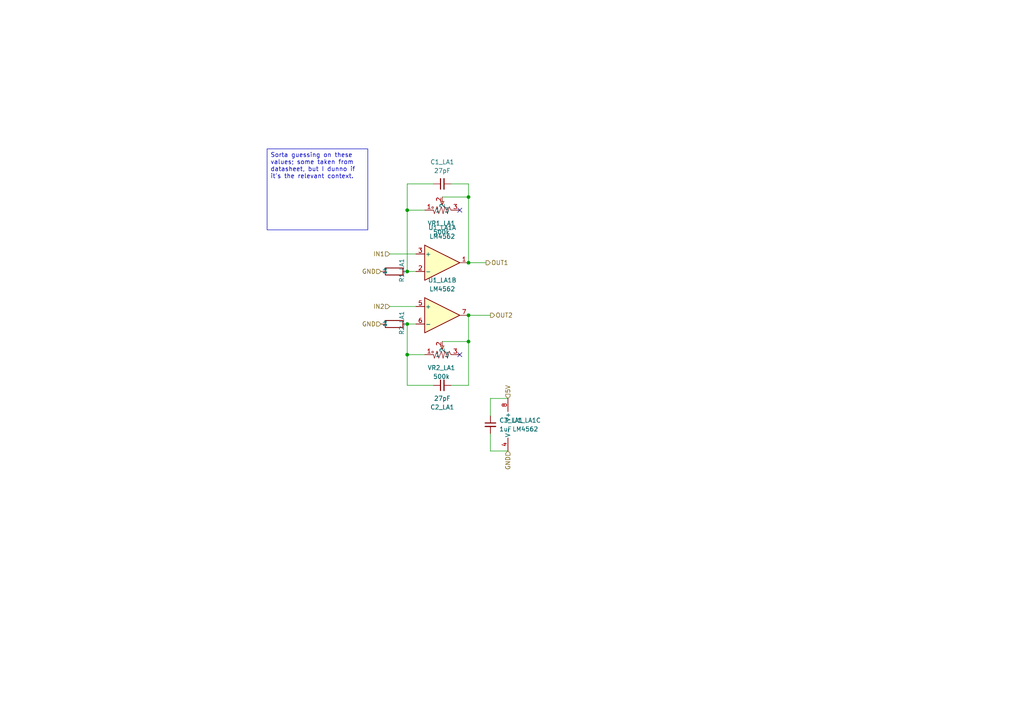
<source format=kicad_sch>
(kicad_sch (version 20231120) (generator "eeschema") (generator_version "8.0")
  (paper "A4")
  (lib_symbols
    (symbol "Amplifier_Operational:LM4562" (pin_names (offset 0.127))
      (property "Reference" "U" (at 0 5.08 0))
      (property "Value" "LM4562" (at 0 -5.08 0))
      (symbol "LM4562_1_1"
        (polyline (pts (xy -5.08 5.08) (xy 5.08 0) (xy -5.08 -5.08) (xy -5.08 5.08)) (stroke (width 0.254)) (fill (type background)))
        (pin output line (at 7.62 0 180) (length 2.54) (name "~") (number "1"))
        (pin input line (at -7.62 -2.54 0) (length 2.54) (name "-") (number "2"))
        (pin input line (at -7.62 2.54 0) (length 2.54) (name "+") (number "3"))
      )
      (symbol "LM4562_2_1"
        (polyline (pts (xy -5.08 5.08) (xy 5.08 0) (xy -5.08 -5.08) (xy -5.08 5.08)) (stroke (width 0.254)) (fill (type background)))
        (pin input line (at -7.62 2.54 0) (length 2.54) (name "+") (number "5"))
        (pin input line (at -7.62 -2.54 0) (length 2.54) (name "-") (number "6"))
        (pin output line (at 7.62 0 180) (length 2.54) (name "~") (number "7"))
      )
      (symbol "LM4562_3_1"
        (pin power_in line (at -2.54 -7.62 90) (length 3.81) (name "V-") (number "4"))
        (pin power_in line (at -2.54 7.62 270) (length 3.81) (name "V+") (number "8"))
      )
    )
    (symbol "Device:C_Small" (pin_numbers hide) (pin_names (offset 0.254) hide)
      (property "Reference" "C" (at 0.254 1.778 0))
      (property "Value" "C_Small" (at 0.254 -2.032 0))
      (symbol "C_Small_0_1"
        (polyline (pts (xy -1.524 -0.508) (xy 1.524 -0.508)) (stroke (width 0.3302)))
        (polyline (pts (xy -1.524 0.508) (xy 1.524 0.508)) (stroke (width 0.3048)))
      )
      (symbol "C_Small_1_1"
        (pin passive line (at 0 2.54 270) (length 2.032) (name "~") (number "1"))
        (pin passive line (at 0 -2.54 90) (length 2.032) (name "~") (number "2"))
      )
    )
    (symbol "Device:R" (pin_numbers hide) (pin_names (offset 0))
      (property "Reference" "R" (at 2.032 0 90))
      (property "Value" "R" (at 0 0 90))
      (symbol "R_0_1"
        (rectangle (start -1.016 -2.54) (end 1.016 2.54) (stroke (width 0.254)))
      )
      (symbol "R_1_1"
        (pin passive line (at 0 3.81 270) (length 1.27) (name "~") (number "1"))
        (pin passive line (at 0 -3.81 90) (length 1.27) (name "~") (number "2"))
      )
    )
    (symbol "easyeda2kicad:3313J-1-500E"
      (property "Reference" "R" (at 0 8.89 0))
      (property "Value" "3313J-1-500E" (at 0 -5.08 0))
      (symbol "3313J-1-500E_0_1"
        (polyline (pts (xy -2.54 0) (xy -2.03 1.02)))
        (polyline (pts (xy -2.03 1.02) (xy -1.52 -1.02)))
        (polyline (pts (xy -1.52 -1.02) (xy -0.76 1.02)))
        (polyline (pts (xy -0.76 1.02) (xy -0.25 -1.02)))
        (polyline (pts (xy -0.25 -1.02) (xy 0.25 1.02)))
        (polyline (pts (xy 0 2.54) (xy 0 1.52)))
        (polyline (pts (xy 0.25 1.02) (xy 1.02 -1.02)))
        (polyline (pts (xy 1.02 -1.02) (xy 1.52 1.02)))
        (polyline (pts (xy 1.52 1.02) (xy 2.29 -1.02)))
        (polyline (pts (xy 2.29 -1.02) (xy 2.54 0)))
        (polyline (pts (xy -0.51 2.54) (xy 0 1.52) (xy 0.51 2.54) (xy -0.51 2.54)) (fill (type background)))
        (circle (center 2.79 0.76) (radius 0.25))
        (pin unspecified line (at 5.08 0 180) (length 2.54) (name "1") (number "1"))
        (pin unspecified line (at 0 3.81 270) (length 1.27) (name "2") (number "2"))
        (pin unspecified line (at -5.08 0 0) (length 2.54) (name "3") (number "3"))
      )
    )
  )
  (junction (at 135.89 57.15))
  (junction (at 118.11 78.74))
  (junction (at 135.89 76.2))
  (junction (at 118.11 60.96))
  (junction (at 135.89 99.06))
  (junction (at 118.11 93.98))
  (junction (at 118.11 102.87))
  (junction (at 135.89 91.44))
  (no_connect (at 133.35 60.96))
  (no_connect (at 133.35 102.87))
  (wire (pts (xy 118.11 102.87) (xy 118.11 111.76)))
  (wire (pts (xy 113.03 88.9) (xy 120.65 88.9)))
  (wire (pts (xy 118.11 102.87) (xy 123.19 102.87)))
  (wire (pts (xy 135.89 91.44) (xy 142.24 91.44)))
  (wire (pts (xy 128.27 99.06) (xy 135.89 99.06)))
  (wire (pts (xy 130.81 111.76) (xy 135.89 111.76)))
  (wire (pts (xy 135.89 53.34) (xy 135.89 57.15)))
  (wire (pts (xy 142.24 125.73) (xy 142.24 130.81)))
  (wire (pts (xy 125.73 53.34) (xy 118.11 53.34)))
  (wire (pts (xy 142.24 130.81) (xy 147.32 130.81)))
  (wire (pts (xy 135.89 99.06) (xy 135.89 111.76)))
  (wire (pts (xy 130.81 53.34) (xy 135.89 53.34)))
  (wire (pts (xy 142.24 120.65) (xy 142.24 115.57)))
  (wire (pts (xy 118.11 78.74) (xy 120.65 78.74)))
  (wire (pts (xy 118.11 93.98) (xy 118.11 102.87)))
  (wire (pts (xy 135.89 76.2) (xy 140.97 76.2)))
  (wire (pts (xy 118.11 53.34) (xy 118.11 60.96)))
  (wire (pts (xy 142.24 115.57) (xy 147.32 115.57)))
  (wire (pts (xy 135.89 91.44) (xy 135.89 99.06)))
  (wire (pts (xy 128.27 57.15) (xy 135.89 57.15)))
  (wire (pts (xy 120.65 93.98) (xy 118.11 93.98)))
  (wire (pts (xy 118.11 60.96) (xy 118.11 78.74)))
  (wire (pts (xy 113.03 73.66) (xy 120.65 73.66)))
  (wire (pts (xy 118.11 60.96) (xy 123.19 60.96)))
  (wire (pts (xy 125.73 111.76) (xy 118.11 111.76)))
  (wire (pts (xy 135.89 57.15) (xy 135.89 76.2)))
  (text_box "Sorta guessing on these values; some taken from datasheet, but I dunno if it's the relevant context." (at 77.47 43.18 0) (size 29.21 23.495) (effects (font (size 1.27 1.27)) (justify left top)))
  (hierarchical_label "5V" (shape input) (at 147.32 115.57 90))
  (hierarchical_label "IN2" (shape input) (at 113.03 88.9 180))
  (hierarchical_label "GND" (shape input) (at 110.49 78.74 180))
  (hierarchical_label "GND" (shape input) (at 147.32 130.81 270))
  (hierarchical_label "OUT1" (shape output) (at 140.97 76.2 0))
  (hierarchical_label "GND" (shape input) (at 110.49 93.98 180))
  (hierarchical_label "IN1" (shape input) (at 113.03 73.66 180))
  (hierarchical_label "OUT2" (shape output) (at 142.24 91.44 0))
  (symbol (lib_id "Amplifier_Operational:LM4562") (at 128.27 76.2 0) (unit 1)
    (property "Reference" "U1_LA1" (at 128.27 66.04 0))
    (property "Value" "LM4562" (at 128.27 68.58 0))
    (property "Footprint" "Package_SO:SOIC-8_3.9x4.9mm_P1.27mm" (effects (hide yes)))
    (property "Datasheet" "http://www.ti.com/lit/ds/symlink/lm4562.pdf" (effects (hide yes)))
    (property "Description" "双声道 SOIC-8  Audio Power OpAmps ROHS" (effects (hide yes)))
    (property "MFR" "LM4562MAX/NOPB" (effects (hide yes)))
    (property "LCSC" "C57367" (effects (hide yes)))
    (property "URL" "https://jlcpcb.com/partdetail/TexasInstruments-LM4562MAXNOPB/C57367" (effects (hide yes)))
  )
  (symbol (lib_id "Amplifier_Operational:LM4562") (at 128.27 91.44 0) (unit 2)
    (property "Reference" "U1_LA1" (at 128.27 81.28 0))
    (property "Value" "LM4562" (at 128.27 83.82 0))
    (property "Footprint" "Package_SO:SOIC-8_3.9x4.9mm_P1.27mm" (effects (hide yes)))
    (property "Datasheet" "http://www.ti.com/lit/ds/symlink/lm4562.pdf" (effects (hide yes)))
    (property "Description" "双声道 SOIC-8  Audio Power OpAmps ROHS" (effects (hide yes)))
    (property "MFR" "LM4562MAX/NOPB" (effects (hide yes)))
    (property "LCSC" "C57367" (effects (hide yes)))
    (property "URL" "https://jlcpcb.com/partdetail/TexasInstruments-LM4562MAXNOPB/C57367" (effects (hide yes)))
  )
  (symbol (lib_id "Device:R") (at 114.3 78.74 270) (unit 1)
    (property "Reference" "R1_LA1" (at 115.7986 74.93 0) (effects (justify left bottom)))
    (property "Value" "1k" (at 110.998 77.47 0) (effects (font (size 1.016 1.016) (bold yes)) (justify left bottom)))
    (property "Footprint" "Resistor_SMD:R_0402_1005Metric" (effects (hide yes)))
    (property "Description" "62.5mW Thick Film Resistors 50V ±100ppm/℃ ±5% 1kΩ 0402  Chip Resistor - Surface Mount ROHS" (effects (hide yes)))
    (property "MFR" "RC-02K102JT" (effects (hide yes)))
    (property "LCSC" "C140196" (effects (hide yes)))
    (property "URL" "https://jlcpcb.com/partdetail/151522-RC02K102JT/C140196" (effects (hide yes)))
  )
  (symbol (lib_id "easyeda2kicad:3313J-1-500E") (at 128.27 60.96 0) (mirror y) (unit 1)
    (property "Reference" "VR1_LA1" (at 128.02 64.77 0))
    (property "Value" "500k" (at 128.02 67.31 0))
    (property "Footprint" "easyeda2kicad:RES-ADJ-SMD_3313J-1" (effects (hide yes)))
    (property "Description" "±20% ±100ppm/℃ 125mW 500kΩ SMD,3.2x3.5mm  Variable Resistors/Potentiometers ROHS" (effects (hide yes)))
    (property "MFR" "3313J-1-504E" (effects (hide yes)))
    (property "LCSC" "C124628" (effects (hide yes)))
    (property "URL" "https://jlcpcb.com/partdetail/Bourns-3313J_1504E/C124628" (effects (hide yes)))
  )
  (symbol (lib_id "Device:C_Small") (at 142.24 123.19 0) (unit 1)
    (property "Reference" "C3_LA1" (at 144.78 121.9262 0) (effects (justify left)))
    (property "Value" "1uF" (at 144.78 124.4662 0) (effects (justify left)))
    (property "Footprint" "Capacitor_SMD:C_0402_1005Metric" (effects (hide yes)))
    (property "Description" "10V 1uF X5R ±10% 0402  Multilayer Ceramic Capacitors MLCC - SMD/SMT ROHS" (effects (hide yes)))
    (property "MFR" "CL05A105KP5NNNC" (effects (hide yes)))
    (property "LCSC" "C14445" (effects (hide yes)))
    (property "URL" "https://jlcpcb.com/partdetail/15107-CL05A105KP5NNNC/C14445" (effects (hide yes)))
  )
  (symbol (lib_id "easyeda2kicad:3313J-1-500E") (at 128.27 102.87 0) (mirror y) (unit 1)
    (property "Reference" "VR2_LA1" (at 128.02 106.68 0))
    (property "Value" "500k" (at 128.02 109.22 0))
    (property "Footprint" "easyeda2kicad:RES-ADJ-SMD_3313J-1" (effects (hide yes)))
    (property "Description" "±20% ±100ppm/℃ 125mW 500kΩ SMD,3.2x3.5mm  Variable Resistors/Potentiometers ROHS" (effects (hide yes)))
    (property "MFR" "3313J-1-504E" (effects (hide yes)))
    (property "LCSC" "C124628" (effects (hide yes)))
    (property "URL" "https://jlcpcb.com/partdetail/Bourns-3313J_1504E/C124628" (effects (hide yes)))
  )
  (symbol (lib_id "Device:C_Small") (at 128.27 111.76 90) (mirror x) (unit 1)
    (property "Reference" "C2_LA1" (at 128.2763 118.11 90))
    (property "Value" "27pF" (at 128.2763 115.57 90))
    (property "Footprint" "Capacitor_SMD:C_0402_1005Metric" (effects (hide yes)))
    (property "Description" "50V 27pF C0G ±5% 0402  Multilayer Ceramic Capacitors MLCC - SMD/SMT ROHS" (effects (hide yes)))
    (property "MFR" "0402CG270J500NT" (effects (hide yes)))
    (property "LCSC" "C1557" (effects (hide yes)))
    (property "URL" "https://jlcpcb.com/partdetail/1909-0402CG270J500NT/C1557" (effects (hide yes)))
  )
  (symbol (lib_id "Device:C_Small") (at 128.27 53.34 90) (unit 1)
    (property "Reference" "C1_LA1" (at 128.2763 46.99 90))
    (property "Value" "27pF" (at 128.2763 49.53 90))
    (property "Footprint" "Capacitor_SMD:C_0402_1005Metric" (effects (hide yes)))
    (property "Description" "50V 27pF C0G ±5% 0402  Multilayer Ceramic Capacitors MLCC - SMD/SMT ROHS" (effects (hide yes)))
    (property "MFR" "0402CG270J500NT" (effects (hide yes)))
    (property "LCSC" "C1557" (effects (hide yes)))
    (property "URL" "https://jlcpcb.com/partdetail/1909-0402CG270J500NT/C1557" (effects (hide yes)))
  )
  (symbol (lib_id "Device:R") (at 114.3 93.98 270) (unit 1)
    (property "Reference" "R2_LA1" (at 115.7986 90.17 0) (effects (justify left bottom)))
    (property "Value" "1k" (at 110.998 92.71 0) (effects (font (size 1.016 1.016) (bold yes)) (justify left bottom)))
    (property "Footprint" "Resistor_SMD:R_0402_1005Metric" (effects (hide yes)))
    (property "Description" "62.5mW Thick Film Resistors 50V ±100ppm/℃ ±5% 1kΩ 0402  Chip Resistor - Surface Mount ROHS" (effects (hide yes)))
    (property "MFR" "RC-02K102JT" (effects (hide yes)))
    (property "LCSC" "C140196" (effects (hide yes)))
    (property "URL" "https://jlcpcb.com/partdetail/151522-RC02K102JT/C140196" (effects (hide yes)))
  )
  (symbol (lib_id "Amplifier_Operational:LM4562") (at 149.86 123.19 0) (unit 3)
    (property "Reference" "U1_LA1" (at 148.59 121.9199 0) (effects (justify left)))
    (property "Value" "LM4562" (at 148.59 124.4599 0) (effects (justify left)))
    (property "Footprint" "Package_SO:SOIC-8_3.9x4.9mm_P1.27mm" (effects (hide yes)))
    (property "Datasheet" "http://www.ti.com/lit/ds/symlink/lm4562.pdf" (effects (hide yes)))
    (property "Description" "双声道 SOIC-8  Audio Power OpAmps ROHS" (effects (hide yes)))
    (property "MFR" "LM4562MAX/NOPB" (effects (hide yes)))
    (property "LCSC" "C57367" (effects (hide yes)))
    (property "URL" "https://jlcpcb.com/partdetail/TexasInstruments-LM4562MAXNOPB/C57367" (effects (hide yes)))
  )
)
</source>
